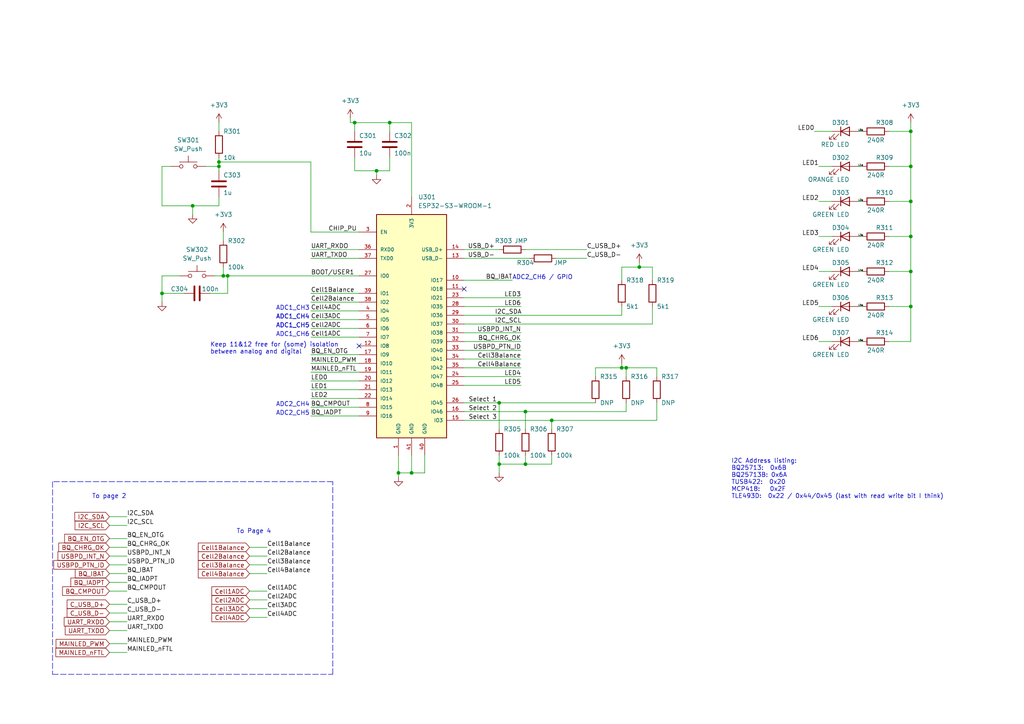
<source format=kicad_sch>
(kicad_sch (version 20211123) (generator eeschema)
  (paper "A4")
  (lib_symbols
    (symbol "Device:C" (pin_numbers hide) (pin_names (offset 0.254))
      (property "Reference" "C" (at 0.635 2.54 0))
      (property "Value" "C" (at 0.635 -2.54 0))
      (symbol "C_0_1"
        (polyline (pts (xy -2.032 -0.762) (xy 2.032 -0.762)) (stroke (width 0.508)))
        (polyline (pts (xy -2.032 0.762) (xy 2.032 0.762)) (stroke (width 0.508)))
      )
      (symbol "C_1_1"
        (pin passive line (at 0 3.81 270) (length 2.794) (name "~") (number "1"))
        (pin passive line (at 0 -3.81 90) (length 2.794) (name "~") (number "2"))
      )
    )
    (symbol "Device:LED" (pin_numbers hide) (pin_names (offset 1.016) hide)
      (property "Reference" "D" (at 0 2.54 0))
      (property "Value" "LED" (at 0 -2.54 0))
      (symbol "LED_0_1"
        (polyline (pts (xy -1.27 -1.27) (xy -1.27 1.27)) (stroke (width 0.254)))
        (polyline (pts (xy -1.27 0) (xy 1.27 0)))
        (polyline (pts (xy 1.27 -1.27) (xy 1.27 1.27) (xy -1.27 0) (xy 1.27 -1.27)) (stroke (width 0.254)))
        (polyline (pts (xy -3.048 -0.762) (xy -4.572 -2.286) (xy -3.81 -2.286) (xy -4.572 -2.286) (xy -4.572 -1.524)))
        (polyline (pts (xy -1.778 -0.762) (xy -3.302 -2.286) (xy -2.54 -2.286) (xy -3.302 -2.286) (xy -3.302 -1.524)))
      )
      (symbol "LED_1_1"
        (pin passive line (at -3.81 0 0) (length 2.54) (name "K") (number "1"))
        (pin passive line (at 3.81 0 180) (length 2.54) (name "A") (number "2"))
      )
    )
    (symbol "Device:R" (pin_numbers hide) (pin_names (offset 0))
      (property "Reference" "R" (at 2.032 0 90))
      (property "Value" "R" (at 0 0 90))
      (symbol "R_0_1"
        (rectangle (start -1.016 -2.54) (end 1.016 2.54) (stroke (width 0.254)))
      )
      (symbol "R_1_1"
        (pin passive line (at 0 3.81 270) (length 1.27) (name "~") (number "1"))
        (pin passive line (at 0 -3.81 90) (length 1.27) (name "~") (number "2"))
      )
    )
    (symbol "Eldalote_symbols:ESP32-S3-WROOM-1" (pin_names (offset 1.016))
      (property "Reference" "U" (at -10.16 34.1122 0))
      (property "Value" "ESP32-S3-WROOM-1" (at 16.51 -54.61 0))
      (symbol "ESP32-S3-WROOM-1_0_0"
        (rectangle (start -10.16 33.02) (end 10.16 -31.75) (stroke (width 0.254)) (fill (type background)))
        (pin power_in line (at -3.81 -36.83 90) (length 5.08) (name "GND") (number "1"))
        (pin bidirectional line (at 15.24 13.97 180) (length 5.08) (name "IO17") (number "10"))
        (pin bidirectional line (at 15.24 11.43 180) (length 5.08) (name "IO18") (number "11"))
        (pin bidirectional line (at -15.24 -5.08 0) (length 5.08) (name "IO8") (number "12"))
        (pin bidirectional line (at 15.24 20.32 180) (length 5.08) (name "USB_D-") (number "13"))
        (pin bidirectional line (at 15.24 22.86 180) (length 5.08) (name "USB_D+") (number "14"))
        (pin bidirectional line (at 15.24 -26.67 180) (length 5.08) (name "IO3") (number "15"))
        (pin bidirectional line (at 15.24 -24.13 180) (length 5.08) (name "IO46") (number "16"))
        (pin bidirectional line (at -15.24 -7.62 0) (length 5.08) (name "IO9") (number "17"))
        (pin bidirectional line (at -15.24 -10.16 0) (length 5.08) (name "IO10") (number "18"))
        (pin bidirectional line (at -15.24 -12.7 0) (length 5.08) (name "IO11") (number "19"))
        (pin power_in line (at 0 38.1 270) (length 5.08) (name "3V3") (number "2"))
        (pin bidirectional line (at -15.24 -15.24 0) (length 5.08) (name "IO12") (number "20"))
        (pin bidirectional line (at -15.24 -17.78 0) (length 5.08) (name "IO13") (number "21"))
        (pin bidirectional line (at -15.24 -20.32 0) (length 5.08) (name "IO14") (number "22"))
        (pin bidirectional line (at 15.24 8.89 180) (length 5.08) (name "IO21") (number "23"))
        (pin bidirectional line (at 15.24 -13.97 180) (length 5.08) (name "IO47") (number "24"))
        (pin bidirectional line (at 15.24 -16.51 180) (length 5.08) (name "IO48") (number "25"))
        (pin bidirectional line (at 15.24 -21.59 180) (length 5.08) (name "IO45") (number "26"))
        (pin bidirectional line (at -15.24 15.24 0) (length 5.08) (name "IO0") (number "27"))
        (pin bidirectional line (at 15.24 6.35 180) (length 5.08) (name "IO35") (number "28"))
        (pin bidirectional line (at 15.24 3.81 180) (length 5.08) (name "IO36") (number "29"))
        (pin input line (at -15.24 27.94 0) (length 5.08) (name "EN") (number "3"))
        (pin bidirectional line (at 15.24 1.27 180) (length 5.08) (name "IO37") (number "30"))
        (pin bidirectional line (at 15.24 -1.27 180) (length 5.08) (name "IO38") (number "31"))
        (pin bidirectional line (at 15.24 -3.81 180) (length 5.08) (name "IO39") (number "32"))
        (pin bidirectional line (at 15.24 -6.35 180) (length 5.08) (name "IO40") (number "33"))
        (pin bidirectional line (at 15.24 -8.89 180) (length 5.08) (name "IO41") (number "34"))
        (pin bidirectional line (at 15.24 -11.43 180) (length 5.08) (name "IO42") (number "35"))
        (pin bidirectional line (at -15.24 22.86 0) (length 5.08) (name "RXD0") (number "36"))
        (pin bidirectional line (at -15.24 20.32 0) (length 5.08) (name "TXD0") (number "37"))
        (pin bidirectional line (at -15.24 7.62 0) (length 5.08) (name "IO2") (number "38"))
        (pin bidirectional line (at -15.24 10.16 0) (length 5.08) (name "IO1") (number "39"))
        (pin bidirectional line (at -15.24 5.08 0) (length 5.08) (name "IO4") (number "4"))
        (pin power_in line (at 3.81 -36.83 90) (length 5.08) (name "GND") (number "40"))
        (pin power_in line (at 0 -36.83 90) (length 5.08) (name "GND") (number "41"))
        (pin bidirectional line (at -15.24 2.54 0) (length 5.08) (name "IO5") (number "5"))
        (pin bidirectional line (at -15.24 0 0) (length 5.08) (name "IO6") (number "6"))
        (pin bidirectional line (at -15.24 -2.54 0) (length 5.08) (name "IO7") (number "7"))
        (pin bidirectional line (at -15.24 -22.86 0) (length 5.08) (name "IO15") (number "8"))
        (pin bidirectional line (at -15.24 -25.4 0) (length 5.08) (name "IO16") (number "9"))
      )
    )
    (symbol "Switch:SW_Push" (pin_numbers hide) (pin_names (offset 1.016) hide)
      (property "Reference" "SW" (at 1.27 2.54 0))
      (property "Value" "SW_Push" (at 0 -1.524 0))
      (symbol "SW_Push_0_1"
        (circle (center -2.032 0) (radius 0.508))
        (polyline (pts (xy 0 1.27) (xy 0 3.048)))
        (polyline (pts (xy 2.54 1.27) (xy -2.54 1.27)))
        (circle (center 2.032 0) (radius 0.508))
        (pin passive line (at -5.08 0 0) (length 2.54) (name "1") (number "1"))
        (pin passive line (at 5.08 0 180) (length 2.54) (name "2") (number "2"))
      )
    )
    (symbol "power:+3V3" (power) (pin_names (offset 0))
      (property "Value" "+3V3" (at 0 3.556 0))
      (symbol "+3V3_0_1"
        (polyline (pts (xy -0.762 1.27) (xy 0 2.54)))
        (polyline (pts (xy 0 0) (xy 0 2.54)))
        (polyline (pts (xy 0 2.54) (xy 0.762 1.27)))
      )
      (symbol "+3V3_1_1"
        (pin power_in line (at 0 0 90) (length 0) hide (name "+3V3") (number "1"))
      )
    )
    (symbol "power:GND" (power) (pin_names (offset 0))
      (property "Value" "GND" (at 0 -3.81 0))
      (symbol "GND_0_1"
        (polyline (pts (xy 0 0) (xy 0 -1.27) (xy 1.27 -1.27) (xy 0 -2.54) (xy -1.27 -1.27) (xy 0 -1.27)))
      )
      (symbol "GND_1_1"
        (pin power_in line (at 0 0 270) (length 0) hide (name "GND") (number "1"))
      )
    )
  )
  (junction (at 113.03 35.56))
  (junction (at 264.16 58.42))
  (junction (at 160.02 121.92))
  (junction (at 264.16 68.58))
  (junction (at 144.78 134.62))
  (junction (at 185.42 77.47))
  (junction (at 119.38 137.16))
  (junction (at 64.77 80.01))
  (junction (at 115.57 137.16))
  (junction (at 66.04 80.01))
  (junction (at 180.34 106.68))
  (junction (at 264.16 38.1))
  (junction (at 264.16 78.74))
  (junction (at 63.5 46.99))
  (junction (at 264.16 48.26))
  (junction (at 46.99 85.09))
  (junction (at 109.22 49.53))
  (junction (at 102.87 35.56))
  (junction (at 264.16 88.9))
  (junction (at 152.4 134.62))
  (junction (at 63.5 48.26))
  (junction (at 152.4 119.38))
  (junction (at 181.61 106.68))
  (junction (at 144.78 116.84))
  (junction (at 55.88 59.69))
  (no_connect (at 104.14 100.33))
  (no_connect (at 134.62 83.82))
  (wire (pts (xy 180.34 77.47) (xy 185.42 77.47)))
  (wire (pts (xy 90.17 67.31) (xy 104.14 67.31)))
  (wire (pts (xy 264.16 99.06) (xy 257.81 99.06)))
  (wire (pts (xy 90.17 110.49) (xy 104.14 110.49)))
  (wire (pts (xy 102.87 45.72) (xy 102.87 49.53)))
  (polyline (pts (xy 96.52 195.58) (xy 96.52 139.7)))
  (wire (pts (xy 180.34 88.9) (xy 180.34 91.44)))
  (wire (pts (xy 264.16 48.26) (xy 257.81 48.26)))
  (wire (pts (xy 46.99 85.09) (xy 46.99 87.63)))
  (wire (pts (xy 134.62 93.98) (xy 189.23 93.98)))
  (wire (pts (xy 63.5 57.15) (xy 63.5 59.69)))
  (wire (pts (xy 264.16 58.42) (xy 264.16 68.58)))
  (wire (pts (xy 144.78 116.84) (xy 172.72 116.84)))
  (wire (pts (xy 102.87 49.53) (xy 109.22 49.53)))
  (wire (pts (xy 77.47 171.45) (xy 72.39 171.45)))
  (wire (pts (xy 160.02 134.62) (xy 160.02 132.08)))
  (wire (pts (xy 36.83 152.4) (xy 31.75 152.4)))
  (wire (pts (xy 151.13 88.9) (xy 134.62 88.9)))
  (wire (pts (xy 264.16 48.26) (xy 264.16 58.42)))
  (wire (pts (xy 151.13 111.76) (xy 134.62 111.76)))
  (wire (pts (xy 264.16 68.58) (xy 257.81 68.58)))
  (wire (pts (xy 144.78 116.84) (xy 144.78 124.46)))
  (wire (pts (xy 264.16 35.56) (xy 264.16 38.1)))
  (wire (pts (xy 237.49 58.42) (xy 241.3 58.42)))
  (wire (pts (xy 250.19 88.9) (xy 248.92 88.9)))
  (wire (pts (xy 180.34 81.28) (xy 180.34 77.47)))
  (wire (pts (xy 63.5 46.99) (xy 63.5 48.26)))
  (polyline (pts (xy 58.42 139.7) (xy 15.24 139.7)))
  (wire (pts (xy 250.19 58.42) (xy 248.92 58.42)))
  (wire (pts (xy 250.19 68.58) (xy 248.92 68.58)))
  (wire (pts (xy 181.61 106.68) (xy 181.61 109.22)))
  (wire (pts (xy 151.13 106.68) (xy 134.62 106.68)))
  (wire (pts (xy 46.99 80.01) (xy 46.99 85.09)))
  (wire (pts (xy 52.07 80.01) (xy 46.99 80.01)))
  (wire (pts (xy 151.13 101.6) (xy 134.62 101.6)))
  (wire (pts (xy 264.16 58.42) (xy 257.81 58.42)))
  (wire (pts (xy 264.16 48.26) (xy 264.16 38.1)))
  (wire (pts (xy 36.83 166.37) (xy 31.75 166.37)))
  (wire (pts (xy 36.83 175.26) (xy 31.75 175.26)))
  (wire (pts (xy 123.19 137.16) (xy 123.19 132.08)))
  (wire (pts (xy 250.19 48.26) (xy 248.92 48.26)))
  (wire (pts (xy 151.13 96.52) (xy 134.62 96.52)))
  (wire (pts (xy 77.47 158.75) (xy 72.39 158.75)))
  (wire (pts (xy 90.17 120.65) (xy 104.14 120.65)))
  (wire (pts (xy 151.13 109.22) (xy 134.62 109.22)))
  (polyline (pts (xy 96.52 139.7) (xy 58.42 139.7)))
  (wire (pts (xy 90.17 46.99) (xy 63.5 46.99)))
  (wire (pts (xy 46.99 48.26) (xy 46.99 59.69)))
  (wire (pts (xy 134.62 121.92) (xy 160.02 121.92)))
  (wire (pts (xy 180.34 105.41) (xy 180.34 106.68)))
  (wire (pts (xy 90.17 107.95) (xy 104.14 107.95)))
  (wire (pts (xy 172.72 106.68) (xy 180.34 106.68)))
  (wire (pts (xy 160.02 121.92) (xy 160.02 124.46)))
  (wire (pts (xy 152.4 119.38) (xy 181.61 119.38)))
  (wire (pts (xy 134.62 119.38) (xy 152.4 119.38)))
  (wire (pts (xy 77.47 173.99) (xy 72.39 173.99)))
  (wire (pts (xy 115.57 137.16) (xy 115.57 138.43)))
  (wire (pts (xy 90.17 67.31) (xy 90.17 46.99)))
  (wire (pts (xy 36.83 156.21) (xy 31.75 156.21)))
  (wire (pts (xy 144.78 134.62) (xy 144.78 137.16)))
  (wire (pts (xy 134.62 72.39) (xy 144.78 72.39)))
  (wire (pts (xy 36.83 168.91) (xy 31.75 168.91)))
  (wire (pts (xy 90.17 87.63) (xy 104.14 87.63)))
  (wire (pts (xy 189.23 81.28) (xy 189.23 77.47)))
  (wire (pts (xy 66.04 85.09) (xy 66.04 80.01)))
  (wire (pts (xy 36.83 171.45) (xy 31.75 171.45)))
  (wire (pts (xy 77.47 163.83) (xy 72.39 163.83)))
  (polyline (pts (xy 15.24 139.7) (xy 15.24 195.58)))
  (wire (pts (xy 237.49 48.26) (xy 241.3 48.26)))
  (wire (pts (xy 62.23 80.01) (xy 64.77 80.01)))
  (wire (pts (xy 152.4 132.08) (xy 152.4 134.62)))
  (wire (pts (xy 109.22 49.53) (xy 109.22 50.8)))
  (wire (pts (xy 90.17 74.93) (xy 104.14 74.93)))
  (wire (pts (xy 151.13 104.14) (xy 134.62 104.14)))
  (wire (pts (xy 60.96 85.09) (xy 66.04 85.09)))
  (wire (pts (xy 113.03 35.56) (xy 119.38 35.56)))
  (wire (pts (xy 119.38 57.15) (xy 119.38 35.56)))
  (wire (pts (xy 113.03 35.56) (xy 113.03 38.1)))
  (wire (pts (xy 160.02 121.92) (xy 190.5 121.92)))
  (wire (pts (xy 185.42 76.2) (xy 185.42 77.47)))
  (wire (pts (xy 46.99 59.69) (xy 55.88 59.69)))
  (wire (pts (xy 181.61 119.38) (xy 181.61 116.84)))
  (wire (pts (xy 152.4 119.38) (xy 152.4 124.46)))
  (wire (pts (xy 63.5 48.26) (xy 63.5 49.53)))
  (wire (pts (xy 77.47 166.37) (xy 72.39 166.37)))
  (wire (pts (xy 90.17 118.11) (xy 104.14 118.11)))
  (wire (pts (xy 113.03 49.53) (xy 109.22 49.53)))
  (wire (pts (xy 264.16 78.74) (xy 264.16 88.9)))
  (wire (pts (xy 77.47 161.29) (xy 72.39 161.29)))
  (wire (pts (xy 119.38 132.08) (xy 119.38 137.16)))
  (wire (pts (xy 264.16 68.58) (xy 264.16 78.74)))
  (wire (pts (xy 250.19 38.1) (xy 248.92 38.1)))
  (wire (pts (xy 134.62 74.93) (xy 153.67 74.93)))
  (wire (pts (xy 237.49 88.9) (xy 241.3 88.9)))
  (wire (pts (xy 190.5 116.84) (xy 190.5 121.92)))
  (wire (pts (xy 64.77 77.47) (xy 64.77 80.01)))
  (wire (pts (xy 63.5 45.72) (xy 63.5 46.99)))
  (wire (pts (xy 102.87 35.56) (xy 102.87 38.1)))
  (wire (pts (xy 90.17 102.87) (xy 104.14 102.87)))
  (wire (pts (xy 63.5 35.56) (xy 63.5 38.1)))
  (wire (pts (xy 77.47 179.07) (xy 72.39 179.07)))
  (wire (pts (xy 64.77 67.31) (xy 64.77 69.85)))
  (wire (pts (xy 90.17 90.17) (xy 104.14 90.17)))
  (wire (pts (xy 66.04 80.01) (xy 104.14 80.01)))
  (wire (pts (xy 36.83 182.88) (xy 31.75 182.88)))
  (wire (pts (xy 152.4 72.39) (xy 170.18 72.39)))
  (wire (pts (xy 237.49 68.58) (xy 241.3 68.58)))
  (wire (pts (xy 250.19 99.06) (xy 248.92 99.06)))
  (wire (pts (xy 101.6 35.56) (xy 102.87 35.56)))
  (wire (pts (xy 36.83 180.34) (xy 31.75 180.34)))
  (wire (pts (xy 148.59 81.28) (xy 134.62 81.28)))
  (wire (pts (xy 119.38 137.16) (xy 123.19 137.16)))
  (wire (pts (xy 250.19 78.74) (xy 248.92 78.74)))
  (wire (pts (xy 264.16 88.9) (xy 264.16 99.06)))
  (wire (pts (xy 134.62 116.84) (xy 144.78 116.84)))
  (wire (pts (xy 115.57 132.08) (xy 115.57 137.16)))
  (wire (pts (xy 151.13 99.06) (xy 134.62 99.06)))
  (wire (pts (xy 144.78 132.08) (xy 144.78 134.62)))
  (wire (pts (xy 264.16 88.9) (xy 257.81 88.9)))
  (wire (pts (xy 113.03 45.72) (xy 113.03 49.53)))
  (wire (pts (xy 264.16 38.1) (xy 257.81 38.1)))
  (wire (pts (xy 90.17 113.03) (xy 104.14 113.03)))
  (wire (pts (xy 36.83 186.69) (xy 31.75 186.69)))
  (wire (pts (xy 189.23 77.47) (xy 185.42 77.47)))
  (wire (pts (xy 90.17 85.09) (xy 104.14 85.09)))
  (polyline (pts (xy 15.24 195.58) (xy 96.52 195.58)))
  (wire (pts (xy 237.49 99.06) (xy 241.3 99.06)))
  (wire (pts (xy 59.69 48.26) (xy 63.5 48.26)))
  (wire (pts (xy 190.5 106.68) (xy 190.5 109.22)))
  (wire (pts (xy 36.83 149.86) (xy 31.75 149.86)))
  (wire (pts (xy 102.87 35.56) (xy 113.03 35.56)))
  (wire (pts (xy 90.17 92.71) (xy 104.14 92.71)))
  (wire (pts (xy 115.57 137.16) (xy 119.38 137.16)))
  (wire (pts (xy 77.47 176.53) (xy 72.39 176.53)))
  (wire (pts (xy 36.83 158.75) (xy 31.75 158.75)))
  (wire (pts (xy 36.83 163.83) (xy 31.75 163.83)))
  (wire (pts (xy 55.88 59.69) (xy 63.5 59.69)))
  (wire (pts (xy 90.17 115.57) (xy 104.14 115.57)))
  (wire (pts (xy 172.72 109.22) (xy 172.72 106.68)))
  (wire (pts (xy 90.17 105.41) (xy 104.14 105.41)))
  (wire (pts (xy 36.83 189.23) (xy 31.75 189.23)))
  (wire (pts (xy 264.16 78.74) (xy 257.81 78.74)))
  (wire (pts (xy 36.83 177.8) (xy 31.75 177.8)))
  (wire (pts (xy 46.99 85.09) (xy 53.34 85.09)))
  (wire (pts (xy 90.17 97.79) (xy 104.14 97.79)))
  (wire (pts (xy 181.61 106.68) (xy 190.5 106.68)))
  (wire (pts (xy 64.77 80.01) (xy 66.04 80.01)))
  (wire (pts (xy 236.22 38.1) (xy 241.3 38.1)))
  (wire (pts (xy 55.88 59.69) (xy 55.88 62.23)))
  (wire (pts (xy 49.53 48.26) (xy 46.99 48.26)))
  (wire (pts (xy 237.49 78.74) (xy 241.3 78.74)))
  (wire (pts (xy 180.34 106.68) (xy 181.61 106.68)))
  (wire (pts (xy 134.62 91.44) (xy 180.34 91.44)))
  (wire (pts (xy 90.17 72.39) (xy 104.14 72.39)))
  (wire (pts (xy 189.23 93.98) (xy 189.23 88.9)))
  (wire (pts (xy 152.4 134.62) (xy 160.02 134.62)))
  (wire (pts (xy 151.13 86.36) (xy 134.62 86.36)))
  (wire (pts (xy 144.78 134.62) (xy 152.4 134.62)))
  (wire (pts (xy 161.29 74.93) (xy 170.18 74.93)))
  (wire (pts (xy 90.17 95.25) (xy 104.14 95.25)))
  (wire (pts (xy 36.83 161.29) (xy 31.75 161.29)))
  (wire (pts (xy 101.6 34.29) (xy 101.6 35.56)))
  (text "ADC1_CH4" (at 80.01 92.71 0) (effects (font (size 1.27 1.27)) (justify left bottom)))
  (text "ADC1_CH4" (at 80.01 92.71 0) (effects (font (size 1.27 1.27)) (justify left bottom)))
  (text "To page 2" (at 26.67 144.78 0) (effects (font (size 1.27 1.27)) (justify left bottom)))
  (text "I2C Address listing:\nBQ25713:  0x6B\nBQ25713B: 0x6A\nTUSB422:  0x20\nMCP418:   0x2F\nTLE493D:  0x22 / 0x44/0x45 (last with read write bit I think)" (at 212.09 144.78 0) (effects (font (size 1.27 1.27)) (justify left bottom)))
  (text "To Page 4" (at 68.58 154.94 0) (effects (font (size 1.27 1.27)) (justify left bottom)))
  (text "ADC1_CH5" (at 80.01 95.25 0) (effects (font (size 1.27 1.27)) (justify left bottom)))
  (text "ADC1_CH3" (at 80.01 90.17 0) (effects (font (size 1.27 1.27)) (justify left bottom)))
  (text "ADC1_CH5" (at 80.01 95.25 0) (effects (font (size 1.27 1.27)) (justify left bottom)))
  (text "ADC2_CH4" (at 80.01 118.11 0) (effects (font (size 1.27 1.27)) (justify left bottom)))
  (text "ADC2_CH5" (at 80.01 120.65 0) (effects (font (size 1.27 1.27)) (justify left bottom)))
  (text "Keep 11&12 free for (some) isolation\nbetween analog and digital" (at 60.96 102.87 0) (effects (font (size 1.27 1.27)) (justify left bottom)))
  (text "ADC2_CH6 / GPIO" (at 148.59 81.28 0) (effects (font (size 1.27 1.27)) (justify left bottom)))
  (text "ADC1_CH6" (at 80.01 97.79 0) (effects (font (size 1.27 1.27)) (justify left bottom)))
  (label "UART_RXDO" (at 90.17 72.39 0))
  (label "L2a" (at 248.92 58.42 0) (effects (font (size 0.5 0.5))))
  (label "I2C_SDA" (at 143.51 91.44 0))
  (label "LED2" (at 90.17 115.57 0))
  (label "Cell2ADC" (at 90.17 95.25 0))
  (label "USB_D-" (at 143.51 74.93 180))
  (label "BQ_IBAT" (at 36.83 166.37 0))
  (label "L3a" (at 248.92 68.58 0) (effects (font (size 0.5 0.5))))
  (label "Cell4Balance" (at 151.13 106.68 180))
  (label "BQ_CMPOUT" (at 90.17 118.11 0))
  (label "C_USB_D+" (at 170.18 72.39 0))
  (label "LED1" (at 237.49 48.26 180))
  (label "C_USB_D+" (at 36.83 175.26 0))
  (label "Cell3ADC" (at 90.17 92.71 0))
  (label "UART_RXDO" (at 36.83 180.34 0))
  (label "Select 2" (at 135.89 119.38 0))
  (label "MAINLED_PWM" (at 36.83 186.69 0))
  (label "LED3" (at 151.13 86.36 180))
  (label "BQ_EN_OTG" (at 90.17 102.87 0))
  (label "Cell3Balance" (at 77.47 163.83 0))
  (label "LED4" (at 237.49 78.74 180))
  (label "I2C_SDA" (at 36.83 149.86 0))
  (label "Cell3Balance" (at 151.13 104.14 180))
  (label "I2C_SCL" (at 36.83 152.4 0))
  (label "LED1" (at 90.17 113.03 0))
  (label "I2C_SCL" (at 143.51 93.98 0))
  (label "BQ_CHRG_OK" (at 151.13 99.06 180))
  (label "USBPD_PTN_ID" (at 151.13 101.6 180))
  (label "UART_TXDO" (at 90.17 74.93 0))
  (label "LED0" (at 236.22 38.1 180))
  (label "Cell1Balance" (at 77.47 158.75 0))
  (label "Cell2Balance" (at 77.47 161.29 0))
  (label "Cell1Balance" (at 90.17 85.09 0))
  (label "LED0" (at 90.17 110.49 0))
  (label "Select 3" (at 135.89 121.92 0))
  (label "BQ_IADPT" (at 90.17 120.65 0))
  (label "LED5" (at 151.13 111.76 180))
  (label "USB_D+" (at 143.51 72.39 180))
  (label "Select 1" (at 135.89 116.84 0))
  (label "L1a" (at 248.92 48.26 0) (effects (font (size 0.5 0.5))))
  (label "L4a" (at 248.92 78.74 0) (effects (font (size 0.5 0.5))))
  (label "LED2" (at 237.49 58.42 180))
  (label "L6a" (at 248.92 99.06 0) (effects (font (size 0.5 0.5))))
  (label "C_USB_D-" (at 36.83 177.8 0))
  (label "Cell4ADC" (at 77.47 179.07 0))
  (label "BQ_EN_OTG" (at 36.83 156.21 0))
  (label "BOOT{slash}USER1" (at 90.17 80.01 0))
  (label "LED5" (at 237.49 88.9 180))
  (label "MAINLED_nFTL" (at 36.83 189.23 0))
  (label "MAINLED_PWM" (at 90.17 105.41 0))
  (label "C_USB_D-" (at 170.18 74.93 0))
  (label "L0a" (at 248.92 38.1 0) (effects (font (size 0.5 0.5))))
  (label "USBPD_INT_N" (at 151.13 96.52 180))
  (label "MAINLED_nFTL" (at 90.17 107.95 0))
  (label "LED3" (at 237.49 68.58 180))
  (label "CHIP_PU" (at 95.25 67.31 0))
  (label "BQ_CHRG_OK" (at 36.83 158.75 0))
  (label "BQ_IADPT" (at 36.83 168.91 0))
  (label "LED6" (at 151.13 88.9 180))
  (label "USBPD_INT_N" (at 36.83 161.29 0))
  (label "LED4" (at 151.13 109.22 180))
  (label "Cell1ADC" (at 90.17 97.79 0))
  (label "Cell3ADC" (at 77.47 176.53 0))
  (label "USBPD_PTN_ID" (at 36.83 163.83 0))
  (label "BQ_CMPOUT" (at 36.83 171.45 0))
  (label "Cell4ADC" (at 90.17 90.17 0))
  (label "Cell2Balance" (at 90.17 87.63 0))
  (label "Cell2ADC" (at 77.47 173.99 0))
  (label "UART_TXDO" (at 36.83 182.88 0))
  (label "L5a" (at 248.92 88.9 0) (effects (font (size 0.5 0.5))))
  (label "LED6" (at 237.49 99.06 180))
  (label "BQ_IBAT" (at 148.59 81.28 180))
  (label "Cell1ADC" (at 77.47 171.45 0))
  (label "Cell4Balance" (at 77.47 166.37 0))
  (global_label "BQ_CHRG_OK" (shape input) (at 31.75 158.75 180) (property "Intersheet References" "${INTERSHEET_REFS}" (effects hide)))
  (global_label "USBPD_PTN_ID" (shape input) (at 31.75 163.83 180) (property "Intersheet References" "${INTERSHEET_REFS}" (effects hide)))
  (global_label "Cell3Balance" (shape input) (at 72.39 163.83 180) (property "Intersheet References" "${INTERSHEET_REFS}" (effects hide)))
  (global_label "Cell1Balance" (shape input) (at 72.39 158.75 180) (property "Intersheet References" "${INTERSHEET_REFS}" (effects hide)))
  (global_label "BQ_EN_OTG" (shape input) (at 31.75 156.21 180) (property "Intersheet References" "${INTERSHEET_REFS}" (effects hide)))
  (global_label "Cell2ADC" (shape input) (at 72.39 173.99 180) (property "Intersheet References" "${INTERSHEET_REFS}" (effects hide)))
  (global_label "I2C_SDA" (shape input) (at 31.75 149.86 180) (property "Intersheet References" "${INTERSHEET_REFS}" (effects hide)))
  (global_label "UART_RXDO" (shape input) (at 31.75 180.34 180) (property "Intersheet References" "${INTERSHEET_REFS}" (effects hide)))
  (global_label "Cell4Balance" (shape input) (at 72.39 166.37 180) (property "Intersheet References" "${INTERSHEET_REFS}" (effects hide)))
  (global_label "Cell3ADC" (shape input) (at 72.39 176.53 180) (property "Intersheet References" "${INTERSHEET_REFS}" (effects hide)))
  (global_label "MAINLED_PWM" (shape input) (at 31.75 186.69 180) (property "Intersheet References" "${INTERSHEET_REFS}" (effects hide)))
  (global_label "BQ_IBAT" (shape input) (at 31.75 166.37 180) (property "Intersheet References" "${INTERSHEET_REFS}" (effects hide)))
  (global_label "Cell4ADC" (shape input) (at 72.39 179.07 180) (property "Intersheet References" "${INTERSHEET_REFS}" (effects hide)))
  (global_label "UART_TXDO" (shape input) (at 31.75 182.88 180) (property "Intersheet References" "${INTERSHEET_REFS}" (effects hide)))
  (global_label "BQ_CMPOUT" (shape input) (at 31.75 171.45 180) (property "Intersheet References" "${INTERSHEET_REFS}" (effects hide)))
  (global_label "Cell1ADC" (shape input) (at 72.39 171.45 180) (property "Intersheet References" "${INTERSHEET_REFS}" (effects hide)))
  (global_label "Cell2Balance" (shape input) (at 72.39 161.29 180) (property "Intersheet References" "${INTERSHEET_REFS}" (effects hide)))
  (global_label "I2C_SCL" (shape input) (at 31.75 152.4 180) (property "Intersheet References" "${INTERSHEET_REFS}" (effects hide)))
  (global_label "C_USB_D+" (shape input) (at 31.75 175.26 180) (property "Intersheet References" "${INTERSHEET_REFS}" (effects hide)))
  (global_label "USBPD_INT_N" (shape input) (at 31.75 161.29 180) (property "Intersheet References" "${INTERSHEET_REFS}" (effects hide)))
  (global_label "MAINLED_nFTL" (shape input) (at 31.75 189.23 180) (property "Intersheet References" "${INTERSHEET_REFS}" (effects hide)))
  (global_label "C_USB_D-" (shape input) (at 31.75 177.8 180) (property "Intersheet References" "${INTERSHEET_REFS}" (effects hide)))
  (global_label "BQ_IADPT" (shape input) (at 31.75 168.91 180) (property "Intersheet References" "${INTERSHEET_REFS}" (effects hide)))
  (symbol (lib_id "Device:LED") (at 245.11 48.26 0) (unit 1)
    (property "Reference" "D302" (at 246.38 45.72 0) (effects (justify right)))
    (property "Value" "ORANGE LED" (at 246.38 52.07 0) (effects (justify right)))
    (property "Footprint" "LED_SMD:LED_0805_2012Metric" (effects hide))
    (property "MfID" "APT2012SYCK" (effects hide))
  )
  (symbol (lib_id "Device:LED") (at 245.11 38.1 0) (unit 1)
    (property "Reference" "D301" (at 246.38 35.56 0) (effects (justify right)))
    (property "Value" "RED LED" (at 246.38 41.91 0) (effects (justify right)))
    (property "Footprint" "LED_SMD:LED_0805_2012Metric" (effects hide))
    (property "MfID" "APT2012SURCK" (effects hide))
  )
  (symbol (lib_id "power:GND") (at 144.78 137.16 0) (unit 1)
    (property "Reference" "#PWR0308" (effects hide))
    (property "Value" "GND" (effects hide))
  )
  (symbol (lib_id "Device:R") (at 190.5 113.03 0) (unit 1)
    (property "Reference" "R317" (at 191.77 109.22 0) (effects (justify left)))
    (property "Value" "DNP" (at 191.77 116.84 0) (effects (justify left)))
    (property "Footprint" "Resistor_SMD:R_0402_1005Metric" (effects hide))
  )
  (symbol (lib_id "Device:LED") (at 245.11 88.9 0) (unit 1)
    (property "Reference" "D306" (at 246.38 86.36 0) (effects (justify right)))
    (property "Value" "GREEN LED" (at 246.38 92.71 0) (effects (justify right)))
    (property "Footprint" "LED_SMD:LED_0805_2012Metric" (effects hide))
    (property "MfID" "APT2012CGCK" (effects hide))
  )
  (symbol (lib_id "Device:LED") (at 245.11 58.42 0) (unit 1)
    (property "Reference" "D303" (at 246.38 55.88 0) (effects (justify right)))
    (property "Value" "GREEN LED" (at 246.38 62.23 0) (effects (justify right)))
    (property "Footprint" "LED_SMD:LED_0805_2012Metric" (effects hide))
    (property "MfID" "APT2012CGCK" (effects hide))
  )
  (symbol (lib_id "power:GND") (at 109.22 50.8 0) (unit 1)
    (property "Reference" "#PWR0306" (effects hide))
    (property "Value" "GND" (effects hide))
  )
  (symbol (lib_id "Device:R") (at 254 58.42 270) (unit 1)
    (property "Reference" "R310" (at 254 55.88 90) (effects (justify left)))
    (property "Value" "240R" (at 251.46 60.96 90) (effects (justify left)))
    (property "Footprint" "Resistor_SMD:R_0402_1005Metric" (effects hide))
    (property "MfID" "CR0402-FX-2400GLF" (effects hide))
  )
  (symbol (lib_id "Device:R") (at 152.4 128.27 0) (unit 1)
    (property "Reference" "R306" (at 153.67 124.46 0) (effects (justify left)))
    (property "Value" "100k" (at 153.67 132.08 0) (effects (justify left)))
    (property "Footprint" "Resistor_SMD:R_0402_1005Metric" (effects hide))
    (property "MfID" "CR0402-FX-1003GLF" (effects hide))
  )
  (symbol (lib_id "power:GND") (at 46.99 87.63 0) (unit 1)
    (property "Reference" "#PWR0301" (effects hide))
    (property "Value" "GND" (effects hide))
  )
  (symbol (lib_id "power:+3V3") (at 185.42 76.2 0) (unit 1)
    (property "Reference" "#PWR0113" (effects hide))
    (property "Value" "+3V3" (at 185.42 71.12 0))
  )
  (symbol (lib_id "Device:R") (at 157.48 74.93 90) (unit 1)
    (property "Reference" "R304" (at 152.4 76.2 90))
    (property "Value" "JMP" (at 162.56 76.2 90))
    (property "Footprint" "Resistor_SMD:R_0402_1005Metric" (effects hide))
    (property "MfID" "RMCF0402ZT0R00" (effects hide))
  )
  (symbol (lib_id "Switch:SW_Push") (at 54.61 48.26 0) (unit 1)
    (property "Reference" "SW301" (at 54.61 40.64 0))
    (property "Value" "SW_Push" (at 54.61 43.18 0))
    (property "Footprint" "Button_Switch_SMD:SW_Push_1P1T_NO_6x6mm_H9.5mm" (effects hide))
    (property "MfID" "PTS645SL43SMTR92 LFS" (effects hide))
  )
  (symbol (lib_id "Device:R") (at 254 88.9 270) (unit 1)
    (property "Reference" "R313" (at 254 86.36 90) (effects (justify left)))
    (property "Value" "240R" (at 251.46 91.44 90) (effects (justify left)))
    (property "Footprint" "Resistor_SMD:R_0402_1005Metric" (effects hide))
    (property "MfID" "CR0402-FX-2400GLF" (effects hide))
  )
  (symbol (lib_id "power:+3V3") (at 63.5 35.56 0) (unit 1)
    (property "Reference" "#PWR0116" (effects hide))
    (property "Value" "+3V3" (at 63.5 30.48 0))
  )
  (symbol (lib_id "Device:R") (at 160.02 128.27 0) (unit 1)
    (property "Reference" "R307" (at 161.29 124.46 0) (effects (justify left)))
    (property "Value" "100k" (at 161.29 132.08 0) (effects (justify left)))
    (property "Footprint" "Resistor_SMD:R_0402_1005Metric" (effects hide))
    (property "MfID" "CR0402-FX-1003GLF" (effects hide))
  )
  (symbol (lib_id "Device:R") (at 172.72 113.03 0) (unit 1)
    (property "Reference" "R315" (at 173.99 109.22 0) (effects (justify left)))
    (property "Value" "DNP" (at 173.99 116.84 0) (effects (justify left)))
    (property "Footprint" "Resistor_SMD:R_0402_1005Metric" (effects hide))
  )
  (symbol (lib_id "Switch:SW_Push") (at 57.15 80.01 0) (unit 1)
    (property "Reference" "SW302" (at 57.15 72.39 0))
    (property "Value" "SW_Push" (at 57.15 74.93 0))
    (property "Footprint" "Button_Switch_SMD:SW_Push_1P1T_NO_6x6mm_H9.5mm" (effects hide))
    (property "MfID" "PTS645SL43SMTR92 LFS" (effects hide))
  )
  (symbol (lib_id "Device:R") (at 64.77 73.66 0) (unit 1)
    (property "Reference" "R302" (at 66.04 69.85 0) (effects (justify left)))
    (property "Value" "100k" (at 66.04 77.47 0) (effects (justify left)))
    (property "Footprint" "Resistor_SMD:R_0402_1005Metric" (effects hide))
    (property "MfID" "CR0402-FX-1003GLF" (effects hide))
  )
  (symbol (lib_id "Device:C") (at 63.5 53.34 0) (unit 1)
    (property "Reference" "C303" (at 64.77 50.8 0) (effects (justify left)))
    (property "Value" "1u" (at 64.77 55.88 0) (effects (justify left)))
    (property "Footprint" "Capacitor_SMD:C_0603_1608Metric" (effects hide))
    (property "MfID" "CL10A105KA8NNNC" (effects hide))
  )
  (symbol (lib_id "Device:C") (at 113.03 41.91 0) (unit 1)
    (property "Reference" "C302" (at 114.3 39.37 0) (effects (justify left)))
    (property "Value" "100n" (at 114.3 44.45 0) (effects (justify left)))
    (property "Footprint" "Capacitor_SMD:C_0402_1005Metric" (effects hide))
    (property "MfID" "CL05A104KA5NNNC" (effects hide))
  )
  (symbol (lib_id "power:+3V3") (at 64.77 67.31 0) (unit 1)
    (property "Reference" "#PWR0114" (effects hide))
    (property "Value" "+3V3" (at 64.77 62.23 0))
  )
  (symbol (lib_id "Device:R") (at 254 48.26 270) (unit 1)
    (property "Reference" "R309" (at 254 45.72 90) (effects (justify left)))
    (property "Value" "240R" (at 251.46 50.8 90) (effects (justify left)))
    (property "Footprint" "Resistor_SMD:R_0402_1005Metric" (effects hide))
    (property "MfID" "CR0402-FX-2400GLF" (effects hide))
  )
  (symbol (lib_id "Device:LED") (at 245.11 68.58 0) (unit 1)
    (property "Reference" "D304" (at 246.38 66.04 0) (effects (justify right)))
    (property "Value" "GREEN LED" (at 246.38 72.39 0) (effects (justify right)))
    (property "Footprint" "LED_SMD:LED_0805_2012Metric" (effects hide))
    (property "MfID" "APT2012CGCK" (effects hide))
  )
  (symbol (lib_id "Device:R") (at 144.78 128.27 0) (unit 1)
    (property "Reference" "R305" (at 146.05 124.46 0) (effects (justify left)))
    (property "Value" "100k" (at 146.05 132.08 0) (effects (justify left)))
    (property "Footprint" "Resistor_SMD:R_0402_1005Metric" (effects hide))
    (property "MfID" "CR0402-FX-1003GLF" (effects hide))
  )
  (symbol (lib_id "Device:R") (at 254 38.1 270) (unit 1)
    (property "Reference" "R308" (at 254 35.56 90) (effects (justify left)))
    (property "Value" "240R" (at 251.46 40.64 90) (effects (justify left)))
    (property "Footprint" "Resistor_SMD:R_0402_1005Metric" (effects hide))
    (property "MfID" "CR0402-FX-2400GLF" (effects hide))
  )
  (symbol (lib_id "Device:C") (at 102.87 41.91 0) (unit 1)
    (property "Reference" "C301" (at 104.14 39.37 0) (effects (justify left)))
    (property "Value" "10u" (at 104.14 44.45 0) (effects (justify left)))
    (property "Footprint" "Capacitor_SMD:C_0805_2012Metric" (effects hide))
    (property "MfID" "CL21A106KAYNNNG" (effects hide))
  )
  (symbol (lib_id "Eldalote_symbols:ESP32-S3-WROOM-1") (at 119.38 95.25 0) (unit 1)
    (property "Reference" "U301" (at 121.2597 57.15 0) (effects (justify left)))
    (property "Value" "ESP32-S3-WROOM-1" (at 121.2597 59.69 0) (effects (justify left)))
    (property "Footprint" "Imported:XCVR_ESP32-S3-WROOM-1" (effects hide))
    (property "MfID" "ESP32-S3-WROOM-1-N16" (effects hide))
  )
  (symbol (lib_id "Device:R") (at 63.5 41.91 0) (unit 1)
    (property "Reference" "R301" (at 64.77 38.1 0) (effects (justify left)))
    (property "Value" "10k" (at 64.77 45.72 0) (effects (justify left)))
    (property "Footprint" "Resistor_SMD:R_0402_1005Metric" (effects hide))
    (property "MfID" "CR0402-FX-1002GLF" (effects hide))
  )
  (symbol (lib_id "Device:R") (at 254 78.74 270) (unit 1)
    (property "Reference" "R312" (at 254 76.2 90) (effects (justify left)))
    (property "Value" "240R" (at 251.46 81.28 90) (effects (justify left)))
    (property "Footprint" "Resistor_SMD:R_0402_1005Metric" (effects hide))
    (property "MfID" "CR0402-FX-2400GLF" (effects hide))
  )
  (symbol (lib_id "Device:R") (at 148.59 72.39 90) (unit 1)
    (property "Reference" "R303" (at 146.05 69.85 90))
    (property "Value" "JMP" (at 151.13 69.85 90))
    (property "Footprint" "Resistor_SMD:R_0402_1005Metric" (effects hide))
    (property "MfID" "RMCF0402ZT0R00" (effects hide))
  )
  (symbol (lib_id "power:GND") (at 115.57 138.43 0) (unit 1)
    (property "Reference" "#PWR0307" (effects hide))
    (property "Value" "GND" (effects hide))
  )
  (symbol (lib_id "Device:C") (at 57.15 85.09 90) (unit 1)
    (property "Reference" "C304" (at 54.61 83.82 90) (effects (justify left)))
    (property "Value" "100n" (at 63.5 83.82 90) (effects (justify left)))
    (property "Footprint" "Capacitor_SMD:C_0402_1005Metric" (effects hide))
    (property "MfID" "CL05A104KA5NNNC" (effects hide))
  )
  (symbol (lib_id "power:+3V3") (at 101.6 34.29 0) (unit 1)
    (property "Reference" "#PWR0115" (effects hide))
    (property "Value" "+3V3" (at 101.6 29.21 0))
  )
  (symbol (lib_id "Device:R") (at 181.61 113.03 0) (unit 1)
    (property "Reference" "R316" (at 182.88 109.22 0) (effects (justify left)))
    (property "Value" "DNP" (at 182.88 116.84 0) (effects (justify left)))
    (property "Footprint" "Resistor_SMD:R_0402_1005Metric" (effects hide))
  )
  (symbol (lib_id "Device:R") (at 254 68.58 270) (unit 1)
    (property "Reference" "R311" (at 254 66.04 90) (effects (justify left)))
    (property "Value" "240R" (at 251.46 71.12 90) (effects (justify left)))
    (property "Footprint" "Resistor_SMD:R_0402_1005Metric" (effects hide))
    (property "MfID" "CR0402-FX-2400GLF" (effects hide))
  )
  (symbol (lib_id "Device:LED") (at 245.11 99.06 0) (unit 1)
    (property "Reference" "D307" (at 246.38 96.52 0) (effects (justify right)))
    (property "Value" "GREEN LED" (at 246.38 102.87 0) (effects (justify right)))
    (property "Footprint" "LED_SMD:LED_0805_2012Metric" (effects hide))
    (property "MfID" "APT2012CGCK" (effects hide))
  )
  (symbol (lib_id "Device:R") (at 180.34 85.09 0) (unit 1)
    (property "Reference" "R318" (at 181.61 81.28 0) (effects (justify left)))
    (property "Value" "5k1" (at 181.61 88.9 0) (effects (justify left)))
    (property "Footprint" "Resistor_SMD:R_0402_1005Metric" (effects hide))
    (property "MfID" "CR0402-FX-5101GLF" (effects hide))
  )
  (symbol (lib_id "Device:R") (at 189.23 85.09 0) (unit 1)
    (property "Reference" "R319" (at 190.5 81.28 0) (effects (justify left)))
    (property "Value" "5k1" (at 190.5 88.9 0) (effects (justify left)))
    (property "Footprint" "Resistor_SMD:R_0402_1005Metric" (effects hide))
    (property "MfID" "CR0402-FX-5101GLF" (effects hide))
  )
  (symbol (lib_id "Device:R") (at 254 99.06 270) (unit 1)
    (property "Reference" "R314" (at 254 96.52 90) (effects (justify left)))
    (property "Value" "240R" (at 251.46 101.6 90) (effects (justify left)))
    (property "Footprint" "Resistor_SMD:R_0402_1005Metric" (effects hide))
    (property "MfID" "CR0402-FX-2400GLF" (effects hide))
  )
  (symbol (lib_id "power:+3V3") (at 180.34 105.41 0) (unit 1)
    (property "Reference" "#PWR0112" (effects hide))
    (property "Value" "+3V3" (at 180.34 100.33 0))
  )
  (symbol (lib_id "power:+3V3") (at 264.16 35.56 0) (unit 1)
    (property "Reference" "#PWR0111" (effects hide))
    (property "Value" "+3V3" (at 264.16 30.48 0))
  )
  (symbol (lib_id "Device:LED") (at 245.11 78.74 0) (unit 1)
    (property "Reference" "D305" (at 246.38 76.2 0) (effects (justify right)))
    (property "Value" "GREEN LED" (at 246.38 82.55 0) (effects (justify right)))
    (property "Footprint" "LED_SMD:LED_0805_2012Metric" (effects hide))
    (property "MfID" "APT2012CGCK" (effects hide))
  )
  (symbol (lib_id "power:GND") (at 55.88 62.23 0) (unit 1)
    (property "Reference" "#PWR0302" (effects hide))
    (property "Value" "GND" (effects hide))
  )
)
</source>
